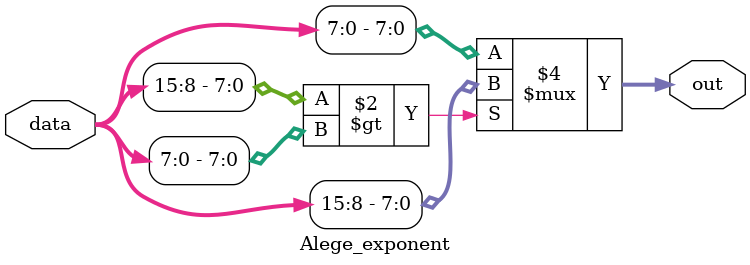
<source format=v>
`timescale 1ns / 1ps

module Alege_exponent(data,out);
input [15:0]data;
output reg[7:0] out;

always @(data)
	begin
		if(data[15:8] > data[7:0])
			out = data[15:8];
		else
			out = data[7:0];
	end

endmodule

</source>
